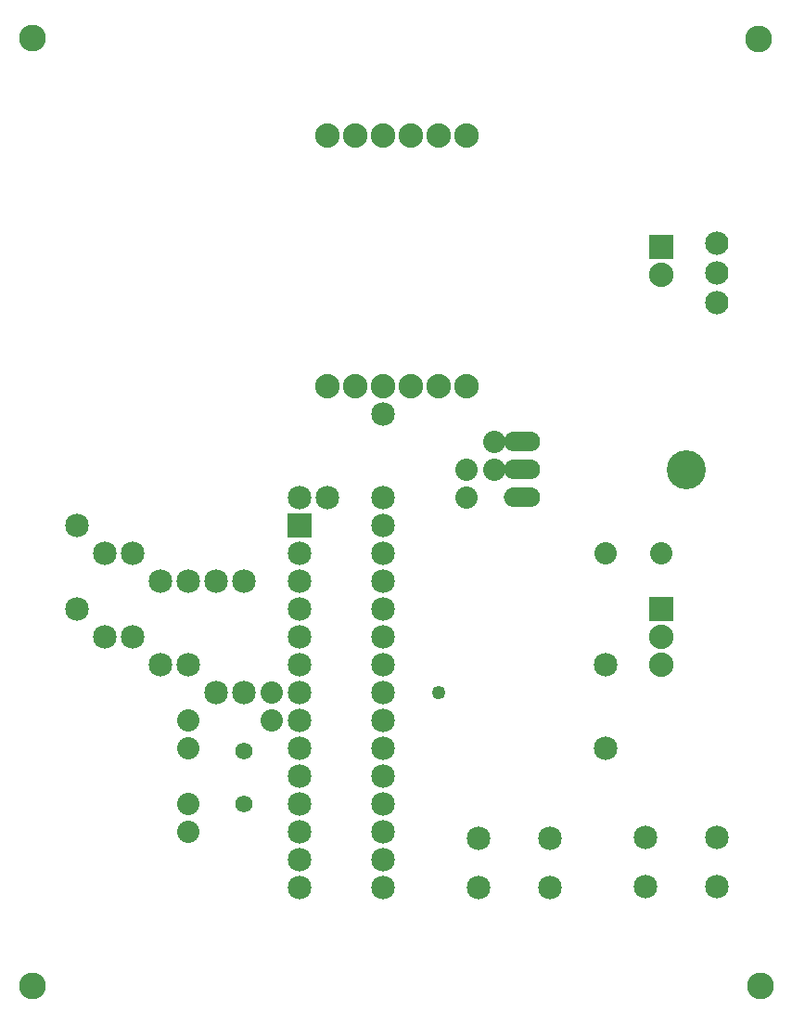
<source format=gbs>
G04 MADE WITH FRITZING*
G04 WWW.FRITZING.ORG*
G04 DOUBLE SIDED*
G04 HOLES PLATED*
G04 CONTOUR ON CENTER OF CONTOUR VECTOR*
%ASAXBY*%
%FSLAX23Y23*%
%MOIN*%
%OFA0B0*%
%SFA1.0B1.0*%
%ADD10C,0.049370*%
%ADD11C,0.085000*%
%ADD12C,0.062000*%
%ADD13C,0.070000*%
%ADD14C,0.140000*%
%ADD15C,0.084000*%
%ADD16C,0.088000*%
%ADD17C,0.080000*%
%ADD18C,0.096614*%
%ADD19R,0.085000X0.085000*%
%ADD20R,0.088000X0.088000*%
%ADD21R,0.001000X0.001000*%
%LNMASK0*%
G90*
G70*
G54D10*
X1532Y1124D03*
G54D11*
X1032Y1724D03*
X1332Y1724D03*
X1032Y1624D03*
X1332Y1624D03*
X1032Y1524D03*
X1332Y1524D03*
X1032Y1424D03*
X1332Y1424D03*
X1032Y1324D03*
X1332Y1324D03*
X1032Y1224D03*
X1332Y1224D03*
X1032Y1124D03*
X1332Y1124D03*
X1032Y1024D03*
X1332Y1024D03*
X1032Y924D03*
X1332Y924D03*
X1032Y824D03*
X1332Y824D03*
X1032Y724D03*
X1332Y724D03*
X1032Y624D03*
X1332Y624D03*
X1032Y524D03*
X1332Y524D03*
X1032Y424D03*
X1332Y424D03*
G54D12*
X832Y914D03*
X832Y724D03*
G54D13*
X1832Y2024D03*
X1832Y1924D03*
X1832Y1824D03*
G54D14*
X2422Y1924D03*
G54D15*
X2532Y2738D03*
X2532Y2631D03*
X2532Y2524D03*
X2532Y2738D03*
X2532Y2631D03*
X2532Y2524D03*
X2532Y2738D03*
X2532Y2631D03*
X2532Y2524D03*
G54D16*
X2332Y2724D03*
X2332Y2624D03*
X2332Y2724D03*
X2332Y2624D03*
G54D11*
X2532Y425D03*
X2276Y425D03*
X2532Y602D03*
X2276Y602D03*
X1932Y424D03*
X1676Y424D03*
X1932Y601D03*
X1676Y601D03*
X1332Y1824D03*
X1332Y2124D03*
X532Y1224D03*
X532Y1524D03*
X332Y1324D03*
X332Y1624D03*
X732Y1124D03*
X732Y1524D03*
X832Y1124D03*
X832Y1524D03*
X632Y1224D03*
X632Y1524D03*
X432Y1324D03*
X432Y1624D03*
X2132Y924D03*
X2132Y1224D03*
X1032Y1824D03*
X1132Y1824D03*
X232Y1424D03*
X232Y1724D03*
G54D16*
X1632Y3124D03*
X1532Y3124D03*
X1432Y3124D03*
X1332Y3124D03*
X1232Y3124D03*
X1132Y3124D03*
X1132Y2224D03*
X1232Y2224D03*
X1332Y2224D03*
X1432Y2224D03*
X1532Y2224D03*
X1632Y2224D03*
X2332Y1424D03*
X2332Y1324D03*
X2332Y1224D03*
G54D17*
X1732Y2024D03*
X1732Y1924D03*
X1732Y2024D03*
X1732Y1924D03*
X632Y624D03*
X632Y724D03*
X632Y924D03*
X632Y1024D03*
X1632Y1824D03*
X1632Y1924D03*
X932Y1024D03*
X932Y1124D03*
X2132Y1624D03*
X2332Y1624D03*
G54D18*
X2683Y3470D03*
X71Y3473D03*
X2687Y69D03*
X71Y69D03*
G54D19*
X1032Y1724D03*
G54D20*
X2332Y2724D03*
X2332Y2724D03*
X2332Y1424D03*
G54D21*
X1797Y2059D02*
X1866Y2059D01*
X1793Y2058D02*
X1871Y2058D01*
X1790Y2057D02*
X1874Y2057D01*
X1787Y2056D02*
X1876Y2056D01*
X1785Y2055D02*
X1878Y2055D01*
X1784Y2054D02*
X1880Y2054D01*
X1782Y2053D02*
X1881Y2053D01*
X1781Y2052D02*
X1883Y2052D01*
X1780Y2051D02*
X1884Y2051D01*
X1778Y2050D02*
X1885Y2050D01*
X1777Y2049D02*
X1886Y2049D01*
X1776Y2048D02*
X1887Y2048D01*
X1776Y2047D02*
X1888Y2047D01*
X1775Y2046D02*
X1889Y2046D01*
X1774Y2045D02*
X1889Y2045D01*
X1773Y2044D02*
X1890Y2044D01*
X1773Y2043D02*
X1891Y2043D01*
X1772Y2042D02*
X1891Y2042D01*
X1772Y2041D02*
X1892Y2041D01*
X1771Y2040D02*
X1892Y2040D01*
X1771Y2039D02*
X1828Y2039D01*
X1836Y2039D02*
X1893Y2039D01*
X1770Y2038D02*
X1825Y2038D01*
X1839Y2038D02*
X1893Y2038D01*
X1770Y2037D02*
X1823Y2037D01*
X1840Y2037D02*
X1894Y2037D01*
X1769Y2036D02*
X1822Y2036D01*
X1842Y2036D02*
X1894Y2036D01*
X1769Y2035D02*
X1821Y2035D01*
X1843Y2035D02*
X1894Y2035D01*
X1769Y2034D02*
X1820Y2034D01*
X1844Y2034D02*
X1895Y2034D01*
X1768Y2033D02*
X1819Y2033D01*
X1845Y2033D02*
X1895Y2033D01*
X1768Y2032D02*
X1818Y2032D01*
X1845Y2032D02*
X1895Y2032D01*
X1768Y2031D02*
X1818Y2031D01*
X1846Y2031D02*
X1896Y2031D01*
X1768Y2030D02*
X1817Y2030D01*
X1846Y2030D02*
X1896Y2030D01*
X1768Y2029D02*
X1817Y2029D01*
X1847Y2029D02*
X1896Y2029D01*
X1767Y2028D02*
X1817Y2028D01*
X1847Y2028D02*
X1896Y2028D01*
X1767Y2027D02*
X1816Y2027D01*
X1847Y2027D02*
X1896Y2027D01*
X1767Y2026D02*
X1816Y2026D01*
X1847Y2026D02*
X1896Y2026D01*
X1767Y2025D02*
X1816Y2025D01*
X1847Y2025D02*
X1896Y2025D01*
X1767Y2024D02*
X1816Y2024D01*
X1847Y2024D02*
X1896Y2024D01*
X1767Y2023D02*
X1816Y2023D01*
X1847Y2023D02*
X1896Y2023D01*
X1767Y2022D02*
X1816Y2022D01*
X1847Y2022D02*
X1896Y2022D01*
X1767Y2021D02*
X1817Y2021D01*
X1847Y2021D02*
X1896Y2021D01*
X1768Y2020D02*
X1817Y2020D01*
X1847Y2020D02*
X1896Y2020D01*
X1768Y2019D02*
X1817Y2019D01*
X1846Y2019D02*
X1896Y2019D01*
X1768Y2018D02*
X1818Y2018D01*
X1846Y2018D02*
X1896Y2018D01*
X1768Y2017D02*
X1818Y2017D01*
X1845Y2017D02*
X1895Y2017D01*
X1768Y2016D02*
X1819Y2016D01*
X1845Y2016D02*
X1895Y2016D01*
X1769Y2015D02*
X1820Y2015D01*
X1844Y2015D02*
X1895Y2015D01*
X1769Y2014D02*
X1820Y2014D01*
X1843Y2014D02*
X1895Y2014D01*
X1769Y2013D02*
X1822Y2013D01*
X1842Y2013D02*
X1894Y2013D01*
X1770Y2012D02*
X1823Y2012D01*
X1841Y2012D02*
X1894Y2012D01*
X1770Y2011D02*
X1824Y2011D01*
X1839Y2011D02*
X1893Y2011D01*
X1770Y2010D02*
X1827Y2010D01*
X1836Y2010D02*
X1893Y2010D01*
X1771Y2009D02*
X1892Y2009D01*
X1771Y2008D02*
X1892Y2008D01*
X1772Y2007D02*
X1891Y2007D01*
X1773Y2006D02*
X1891Y2006D01*
X1773Y2005D02*
X1890Y2005D01*
X1774Y2004D02*
X1890Y2004D01*
X1775Y2003D02*
X1889Y2003D01*
X1775Y2002D02*
X1888Y2002D01*
X1776Y2001D02*
X1887Y2001D01*
X1777Y2000D02*
X1886Y2000D01*
X1778Y1999D02*
X1885Y1999D01*
X1779Y1998D02*
X1884Y1998D01*
X1781Y1997D02*
X1883Y1997D01*
X1782Y1996D02*
X1882Y1996D01*
X1783Y1995D02*
X1880Y1995D01*
X1785Y1994D02*
X1878Y1994D01*
X1787Y1993D02*
X1876Y1993D01*
X1789Y1992D02*
X1874Y1992D01*
X1792Y1991D02*
X1871Y1991D01*
X1796Y1990D02*
X1867Y1990D01*
X1797Y1959D02*
X1866Y1959D01*
X1793Y1958D02*
X1871Y1958D01*
X1790Y1957D02*
X1874Y1957D01*
X1787Y1956D02*
X1876Y1956D01*
X1785Y1955D02*
X1878Y1955D01*
X1784Y1954D02*
X1880Y1954D01*
X1782Y1953D02*
X1881Y1953D01*
X1781Y1952D02*
X1883Y1952D01*
X1780Y1951D02*
X1884Y1951D01*
X1778Y1950D02*
X1885Y1950D01*
X1777Y1949D02*
X1886Y1949D01*
X1776Y1948D02*
X1887Y1948D01*
X1776Y1947D02*
X1888Y1947D01*
X1775Y1946D02*
X1889Y1946D01*
X1774Y1945D02*
X1889Y1945D01*
X1773Y1944D02*
X1890Y1944D01*
X1773Y1943D02*
X1891Y1943D01*
X1772Y1942D02*
X1891Y1942D01*
X1772Y1941D02*
X1892Y1941D01*
X1771Y1940D02*
X1892Y1940D01*
X1771Y1939D02*
X1828Y1939D01*
X1836Y1939D02*
X1893Y1939D01*
X1770Y1938D02*
X1825Y1938D01*
X1839Y1938D02*
X1893Y1938D01*
X1770Y1937D02*
X1823Y1937D01*
X1840Y1937D02*
X1894Y1937D01*
X1769Y1936D02*
X1822Y1936D01*
X1842Y1936D02*
X1894Y1936D01*
X1769Y1935D02*
X1821Y1935D01*
X1843Y1935D02*
X1894Y1935D01*
X1769Y1934D02*
X1820Y1934D01*
X1844Y1934D02*
X1895Y1934D01*
X1768Y1933D02*
X1819Y1933D01*
X1845Y1933D02*
X1895Y1933D01*
X1768Y1932D02*
X1818Y1932D01*
X1845Y1932D02*
X1895Y1932D01*
X1768Y1931D02*
X1818Y1931D01*
X1846Y1931D02*
X1896Y1931D01*
X1768Y1930D02*
X1817Y1930D01*
X1846Y1930D02*
X1896Y1930D01*
X1768Y1929D02*
X1817Y1929D01*
X1847Y1929D02*
X1896Y1929D01*
X1767Y1928D02*
X1817Y1928D01*
X1847Y1928D02*
X1896Y1928D01*
X1767Y1927D02*
X1816Y1927D01*
X1847Y1927D02*
X1896Y1927D01*
X1767Y1926D02*
X1816Y1926D01*
X1847Y1926D02*
X1896Y1926D01*
X1767Y1925D02*
X1816Y1925D01*
X1847Y1925D02*
X1896Y1925D01*
X1767Y1924D02*
X1816Y1924D01*
X1847Y1924D02*
X1896Y1924D01*
X1767Y1923D02*
X1816Y1923D01*
X1847Y1923D02*
X1896Y1923D01*
X1767Y1922D02*
X1816Y1922D01*
X1847Y1922D02*
X1896Y1922D01*
X1767Y1921D02*
X1817Y1921D01*
X1847Y1921D02*
X1896Y1921D01*
X1768Y1920D02*
X1817Y1920D01*
X1847Y1920D02*
X1896Y1920D01*
X1768Y1919D02*
X1817Y1919D01*
X1846Y1919D02*
X1896Y1919D01*
X1768Y1918D02*
X1818Y1918D01*
X1846Y1918D02*
X1896Y1918D01*
X1768Y1917D02*
X1818Y1917D01*
X1845Y1917D02*
X1895Y1917D01*
X1768Y1916D02*
X1819Y1916D01*
X1845Y1916D02*
X1895Y1916D01*
X1769Y1915D02*
X1820Y1915D01*
X1844Y1915D02*
X1895Y1915D01*
X1769Y1914D02*
X1820Y1914D01*
X1843Y1914D02*
X1895Y1914D01*
X1769Y1913D02*
X1822Y1913D01*
X1842Y1913D02*
X1894Y1913D01*
X1770Y1912D02*
X1823Y1912D01*
X1841Y1912D02*
X1894Y1912D01*
X1770Y1911D02*
X1825Y1911D01*
X1839Y1911D02*
X1893Y1911D01*
X1770Y1910D02*
X1827Y1910D01*
X1836Y1910D02*
X1893Y1910D01*
X1771Y1909D02*
X1892Y1909D01*
X1771Y1908D02*
X1892Y1908D01*
X1772Y1907D02*
X1891Y1907D01*
X1773Y1906D02*
X1891Y1906D01*
X1773Y1905D02*
X1890Y1905D01*
X1774Y1904D02*
X1890Y1904D01*
X1775Y1903D02*
X1889Y1903D01*
X1775Y1902D02*
X1888Y1902D01*
X1776Y1901D02*
X1887Y1901D01*
X1777Y1900D02*
X1886Y1900D01*
X1778Y1899D02*
X1885Y1899D01*
X1779Y1898D02*
X1884Y1898D01*
X1781Y1897D02*
X1883Y1897D01*
X1782Y1896D02*
X1882Y1896D01*
X1783Y1895D02*
X1880Y1895D01*
X1785Y1894D02*
X1878Y1894D01*
X1787Y1893D02*
X1876Y1893D01*
X1789Y1892D02*
X1874Y1892D01*
X1792Y1891D02*
X1871Y1891D01*
X1796Y1890D02*
X1867Y1890D01*
X1797Y1859D02*
X1866Y1859D01*
X1793Y1858D02*
X1871Y1858D01*
X1790Y1857D02*
X1874Y1857D01*
X1787Y1856D02*
X1876Y1856D01*
X1785Y1855D02*
X1878Y1855D01*
X1784Y1854D02*
X1880Y1854D01*
X1782Y1853D02*
X1881Y1853D01*
X1781Y1852D02*
X1883Y1852D01*
X1780Y1851D02*
X1884Y1851D01*
X1778Y1850D02*
X1885Y1850D01*
X1777Y1849D02*
X1886Y1849D01*
X1776Y1848D02*
X1887Y1848D01*
X1776Y1847D02*
X1888Y1847D01*
X1775Y1846D02*
X1889Y1846D01*
X1774Y1845D02*
X1889Y1845D01*
X1773Y1844D02*
X1890Y1844D01*
X1773Y1843D02*
X1891Y1843D01*
X1772Y1842D02*
X1891Y1842D01*
X1772Y1841D02*
X1892Y1841D01*
X1771Y1840D02*
X1892Y1840D01*
X1771Y1839D02*
X1828Y1839D01*
X1836Y1839D02*
X1893Y1839D01*
X1770Y1838D02*
X1825Y1838D01*
X1839Y1838D02*
X1893Y1838D01*
X1770Y1837D02*
X1823Y1837D01*
X1840Y1837D02*
X1894Y1837D01*
X1769Y1836D02*
X1822Y1836D01*
X1842Y1836D02*
X1894Y1836D01*
X1769Y1835D02*
X1821Y1835D01*
X1843Y1835D02*
X1894Y1835D01*
X1769Y1834D02*
X1820Y1834D01*
X1844Y1834D02*
X1895Y1834D01*
X1768Y1833D02*
X1819Y1833D01*
X1845Y1833D02*
X1895Y1833D01*
X1768Y1832D02*
X1818Y1832D01*
X1845Y1832D02*
X1895Y1832D01*
X1768Y1831D02*
X1818Y1831D01*
X1846Y1831D02*
X1896Y1831D01*
X1768Y1830D02*
X1817Y1830D01*
X1846Y1830D02*
X1896Y1830D01*
X1768Y1829D02*
X1817Y1829D01*
X1847Y1829D02*
X1896Y1829D01*
X1767Y1828D02*
X1817Y1828D01*
X1847Y1828D02*
X1896Y1828D01*
X1767Y1827D02*
X1816Y1827D01*
X1847Y1827D02*
X1896Y1827D01*
X1767Y1826D02*
X1816Y1826D01*
X1847Y1826D02*
X1896Y1826D01*
X1767Y1825D02*
X1816Y1825D01*
X1847Y1825D02*
X1896Y1825D01*
X1767Y1824D02*
X1816Y1824D01*
X1847Y1824D02*
X1896Y1824D01*
X1767Y1823D02*
X1816Y1823D01*
X1847Y1823D02*
X1896Y1823D01*
X1767Y1822D02*
X1816Y1822D01*
X1847Y1822D02*
X1896Y1822D01*
X1767Y1821D02*
X1817Y1821D01*
X1847Y1821D02*
X1896Y1821D01*
X1768Y1820D02*
X1817Y1820D01*
X1847Y1820D02*
X1896Y1820D01*
X1768Y1819D02*
X1817Y1819D01*
X1846Y1819D02*
X1896Y1819D01*
X1768Y1818D02*
X1818Y1818D01*
X1846Y1818D02*
X1896Y1818D01*
X1768Y1817D02*
X1818Y1817D01*
X1845Y1817D02*
X1895Y1817D01*
X1768Y1816D02*
X1819Y1816D01*
X1845Y1816D02*
X1895Y1816D01*
X1769Y1815D02*
X1820Y1815D01*
X1844Y1815D02*
X1895Y1815D01*
X1769Y1814D02*
X1821Y1814D01*
X1843Y1814D02*
X1895Y1814D01*
X1769Y1813D02*
X1822Y1813D01*
X1842Y1813D02*
X1894Y1813D01*
X1770Y1812D02*
X1823Y1812D01*
X1841Y1812D02*
X1894Y1812D01*
X1770Y1811D02*
X1825Y1811D01*
X1839Y1811D02*
X1893Y1811D01*
X1770Y1810D02*
X1827Y1810D01*
X1836Y1810D02*
X1893Y1810D01*
X1771Y1809D02*
X1892Y1809D01*
X1771Y1808D02*
X1892Y1808D01*
X1772Y1807D02*
X1891Y1807D01*
X1773Y1806D02*
X1891Y1806D01*
X1773Y1805D02*
X1890Y1805D01*
X1774Y1804D02*
X1890Y1804D01*
X1775Y1803D02*
X1889Y1803D01*
X1775Y1802D02*
X1888Y1802D01*
X1776Y1801D02*
X1887Y1801D01*
X1777Y1800D02*
X1886Y1800D01*
X1778Y1799D02*
X1885Y1799D01*
X1779Y1798D02*
X1884Y1798D01*
X1781Y1797D02*
X1883Y1797D01*
X1782Y1796D02*
X1881Y1796D01*
X1783Y1795D02*
X1880Y1795D01*
X1785Y1794D02*
X1878Y1794D01*
X1787Y1793D02*
X1876Y1793D01*
X1789Y1792D02*
X1874Y1792D01*
X1792Y1791D02*
X1871Y1791D01*
X1796Y1790D02*
X1867Y1790D01*
D02*
G04 End of Mask0*
M02*
</source>
